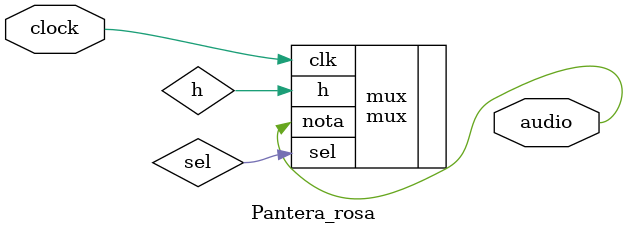
<source format=v>
`timescale 1ns / 1ps
module Pantera_rosa(input clock, output audio);


mux mux (.sel(sel), .nota(audio),.h(h),.clk(clock));



endmodule

</source>
